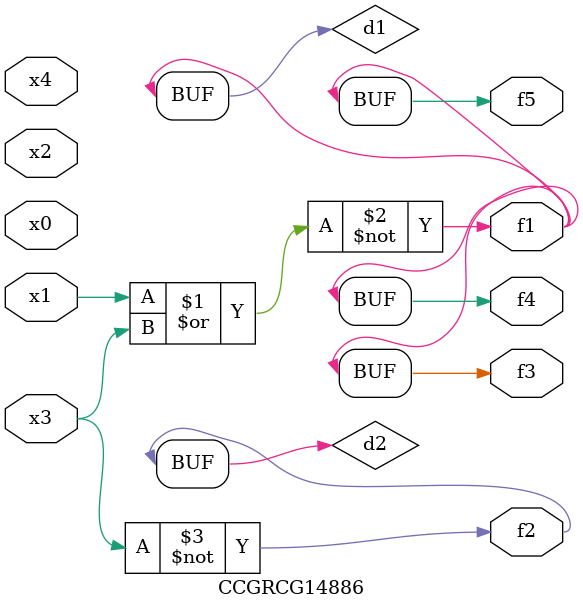
<source format=v>
module CCGRCG14886(
	input x0, x1, x2, x3, x4,
	output f1, f2, f3, f4, f5
);

	wire d1, d2;

	nor (d1, x1, x3);
	not (d2, x3);
	assign f1 = d1;
	assign f2 = d2;
	assign f3 = d1;
	assign f4 = d1;
	assign f5 = d1;
endmodule

</source>
